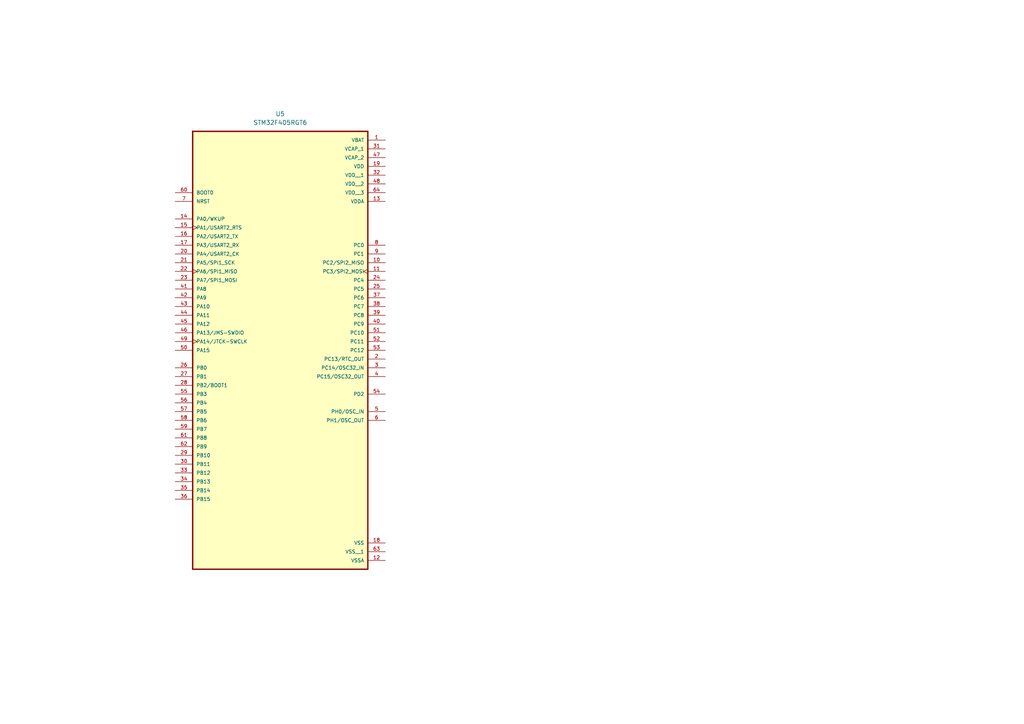
<source format=kicad_sch>
(kicad_sch (version 20250114) (generator "eeschema") (generator_version "9.0")
  (paper "A4")
  (lib_symbols
    (symbol "Aircraft_Components:STM32F405RGT6" (pin_names (offset 1.016))
      (property "Reference" "U" (at -25.6442 59.5578 0))
      (property "Value" "STM32F405RGT6" (at -25.6043 -72.7202 0))
      (symbol "STM32F405RGT6_0_0"
        (rectangle (start -25.4 -68.58) (end 25.4 58.42) (stroke (width 0.41)) (fill (type background)))
        (pin bidirectional line (at -30.48 40.64 0) (length 5.08) (name "BOOT0") (number "60"))
        (pin bidirectional line (at -30.48 38.1 0) (length 5.08) (name "NRST") (number "7"))
        (pin bidirectional line (at -30.48 33.02 0) (length 5.08) (name "PA0/WKUP") (number "14"))
        (pin bidirectional clock (at -30.48 30.48 0) (length 5.08) (name "PA1/USART2_RTS") (number "15"))
        (pin bidirectional line (at -30.48 27.94 0) (length 5.08) (name "PA2/USART2_TX") (number "16"))
        (pin bidirectional line (at -30.48 25.4 0) (length 5.08) (name "PA3/USART2_RX") (number "17"))
        (pin bidirectional line (at -30.48 22.86 0) (length 5.08) (name "PA4/USART2_CK") (number "20"))
        (pin bidirectional line (at -30.48 20.32 0) (length 5.08) (name "PA5/SPI1_SCK") (number "21"))
        (pin bidirectional clock (at -30.48 17.78 0) (length 5.08) (name "PA6/SPI1_MISO") (number "22"))
        (pin bidirectional line (at -30.48 15.24 0) (length 5.08) (name "PA7/SPI1_MOSI") (number "23"))
        (pin bidirectional line (at -30.48 12.7 0) (length 5.08) (name "PA8") (number "41"))
        (pin bidirectional line (at -30.48 10.16 0) (length 5.08) (name "PA9") (number "42"))
        (pin bidirectional line (at -30.48 7.62 0) (length 5.08) (name "PA10") (number "43"))
        (pin bidirectional line (at -30.48 5.08 0) (length 5.08) (name "PA11") (number "44"))
        (pin bidirectional line (at -30.48 2.54 0) (length 5.08) (name "PA12") (number "45"))
        (pin bidirectional line (at -30.48 0 0) (length 5.08) (name "PA13/JMS-SWDIO") (number "46"))
        (pin bidirectional clock (at -30.48 -2.54 0) (length 5.08) (name "PA14/JTCK-SWCLK") (number "49"))
        (pin bidirectional line (at -30.48 -5.08 0) (length 5.08) (name "PA15") (number "50"))
        (pin bidirectional line (at -30.48 -10.16 0) (length 5.08) (name "PB0") (number "26"))
        (pin bidirectional line (at -30.48 -12.7 0) (length 5.08) (name "PB1") (number "27"))
        (pin bidirectional line (at -30.48 -15.24 0) (length 5.08) (name "PB2/BOOT1") (number "28"))
        (pin bidirectional line (at -30.48 -17.78 0) (length 5.08) (name "PB3") (number "55"))
        (pin bidirectional line (at -30.48 -20.32 0) (length 5.08) (name "PB4") (number "56"))
        (pin bidirectional line (at -30.48 -22.86 0) (length 5.08) (name "PB5") (number "57"))
        (pin bidirectional line (at -30.48 -25.4 0) (length 5.08) (name "PB6") (number "58"))
        (pin bidirectional line (at -30.48 -27.94 0) (length 5.08) (name "PB7") (number "59"))
        (pin bidirectional line (at -30.48 -30.48 0) (length 5.08) (name "PB8") (number "61"))
        (pin bidirectional line (at -30.48 -33.02 0) (length 5.08) (name "PB9") (number "62"))
        (pin bidirectional line (at -30.48 -35.56 0) (length 5.08) (name "PB10") (number "29"))
        (pin bidirectional line (at -30.48 -38.1 0) (length 5.08) (name "PB11") (number "30"))
        (pin bidirectional line (at -30.48 -40.64 0) (length 5.08) (name "PB12") (number "33"))
        (pin bidirectional line (at -30.48 -43.18 0) (length 5.08) (name "PB13") (number "34"))
        (pin bidirectional line (at -30.48 -45.72 0) (length 5.08) (name "PB14") (number "35"))
        (pin bidirectional line (at -30.48 -48.26 0) (length 5.08) (name "PB15") (number "36"))
        (pin power_in line (at 30.48 55.88 180) (length 5.08) (name "VBAT") (number "1"))
        (pin power_in line (at 30.48 53.34 180) (length 5.08) (name "VCAP_1") (number "31"))
        (pin power_in line (at 30.48 50.8 180) (length 5.08) (name "VCAP_2") (number "47"))
        (pin power_in line (at 30.48 48.26 180) (length 5.08) (name "VDD") (number "19"))
        (pin power_in line (at 30.48 45.72 180) (length 5.08) (name "VDD__1") (number "32"))
        (pin power_in line (at 30.48 43.18 180) (length 5.08) (name "VDD__2") (number "48"))
        (pin power_in line (at 30.48 40.64 180) (length 5.08) (name "VDD__3") (number "64"))
        (pin power_in line (at 30.48 38.1 180) (length 5.08) (name "VDDA") (number "13"))
        (pin bidirectional line (at 30.48 25.4 180) (length 5.08) (name "PC0") (number "8"))
        (pin bidirectional line (at 30.48 22.86 180) (length 5.08) (name "PC1") (number "9"))
        (pin bidirectional line (at 30.48 20.32 180) (length 5.08) (name "PC2/SPI2_MISO") (number "10"))
        (pin bidirectional clock (at 30.48 17.78 180) (length 5.08) (name "PC3/SPI2_MOSI") (number "11"))
        (pin bidirectional line (at 30.48 15.24 180) (length 5.08) (name "PC4") (number "24"))
        (pin bidirectional line (at 30.48 12.7 180) (length 5.08) (name "PC5") (number "25"))
        (pin bidirectional line (at 30.48 10.16 180) (length 5.08) (name "PC6") (number "37"))
        (pin bidirectional line (at 30.48 7.62 180) (length 5.08) (name "PC7") (number "38"))
        (pin bidirectional line (at 30.48 5.08 180) (length 5.08) (name "PC8") (number "39"))
        (pin bidirectional line (at 30.48 2.54 180) (length 5.08) (name "PC9") (number "40"))
        (pin bidirectional line (at 30.48 0 180) (length 5.08) (name "PC10") (number "51"))
        (pin bidirectional line (at 30.48 -2.54 180) (length 5.08) (name "PC11") (number "52"))
        (pin bidirectional line (at 30.48 -5.08 180) (length 5.08) (name "PC12") (number "53"))
        (pin bidirectional line (at 30.48 -7.62 180) (length 5.08) (name "PC13/RTC_OUT") (number "2"))
        (pin bidirectional line (at 30.48 -10.16 180) (length 5.08) (name "PC14/OSC32_IN") (number "3"))
        (pin bidirectional line (at 30.48 -12.7 180) (length 5.08) (name "PC15/OSC32_OUT") (number "4"))
        (pin bidirectional line (at 30.48 -17.78 180) (length 5.08) (name "PD2") (number "54"))
        (pin bidirectional line (at 30.48 -22.86 180) (length 5.08) (name "PH0/OSC_IN") (number "5"))
        (pin bidirectional line (at 30.48 -25.4 180) (length 5.08) (name "PH1/OSC_OUT") (number "6"))
        (pin power_in line (at 30.48 -60.96 180) (length 5.08) (name "VSS") (number "18"))
        (pin power_in line (at 30.48 -63.5 180) (length 5.08) (name "VSS__1") (number "63"))
        (pin power_in line (at 30.48 -66.04 180) (length 5.08) (name "VSSA") (number "12"))
      )
    )
  )
  (symbol (lib_id "Aircraft_Components:STM32F405RGT6") (at 81.28 96.52 0) (unit 1)
    (property "Reference" "U5" (at 81.28 33.02 0))
    (property "Value" "STM32F405RGT6" (at 81.28 35.56 0))
    (property "Footprint" "STM32F405RGT6:QFP50P1200X1200X160-64N" (effects (hide yes)))
    (property "PARTREV" "LTR" (effects (hide yes)))
    (property "STANDARD" "IPC-7351B" (effects (hide yes)))
    (property "MANUFACTURER" "STMicroelectronics" (effects (hide yes)))
  )
)
</source>
